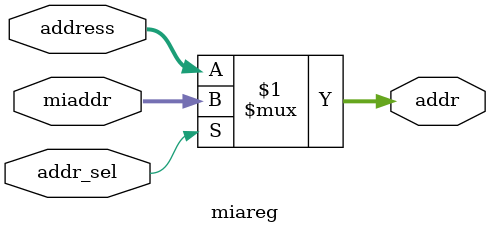
<source format=v>
`timescale 1ns / 1ps


module miareg(
    input [4:0]address,
    input [4:0]miaddr,
    input addr_sel,
    output [4:0]addr
    );
    assign addr=addr_sel?miaddr:address;
endmodule

</source>
